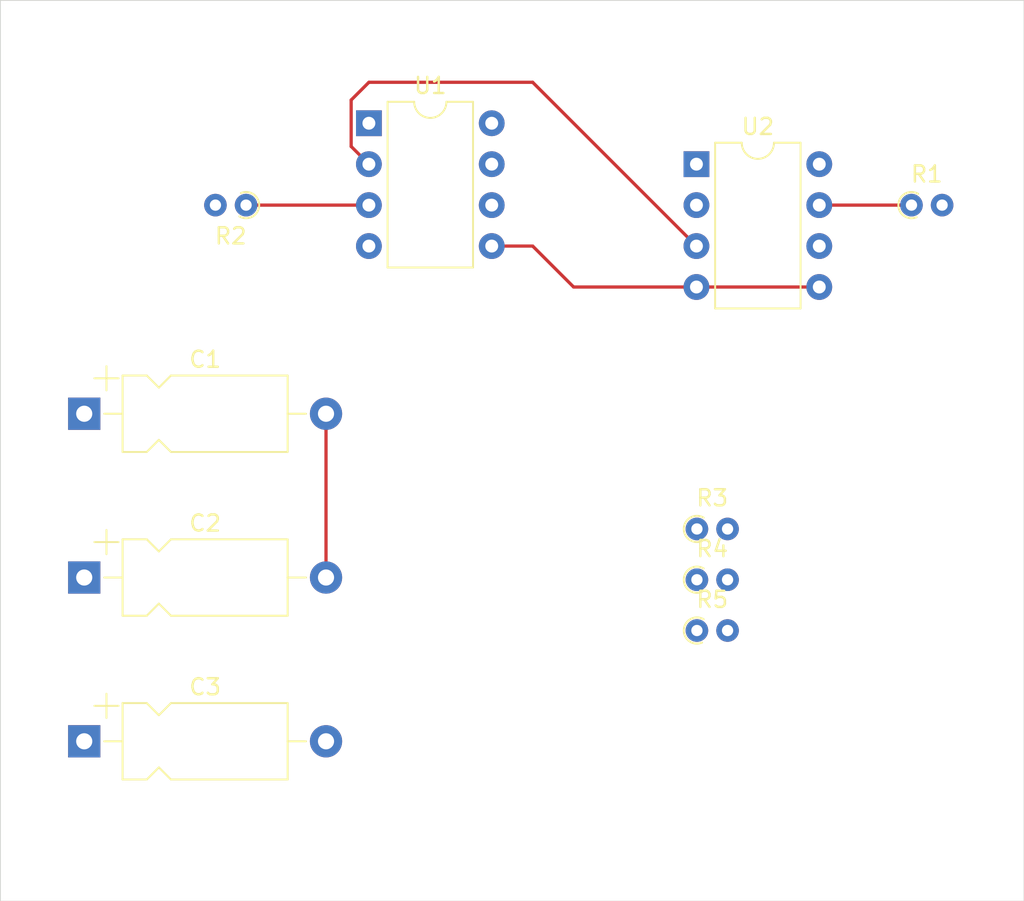
<source format=kicad_pcb>
(kicad_pcb (version 20240108) (generator "pcbnew") (generator_version "8.0")
  (layers (0 "F.Cu" signal) (31 "B.Cu" signal) (34 "B.Paste" user) (35 "F.Paste" user) (36 "B.SilkS" user "B.Silkscreen") (37 "F.SilkS" user "F.Silkscreen") (38 "B.Mask" user) (39 "F.Mask" user) (44 "Edge.Cuts" user))
  (net 0 "")
  (net 1 "Net-(U1-CV)")
  (net 2 "GNDREF")
  (net 5 "Net-(U2-DIS)")
  (net 8 "Net-(U1-Q)")
  (net 16 "Net-(U1-TR)")
  (footprint "Resistor_THT:R_Axial_DIN0204_L3.6mm_D1.6mm_P1.90mm_Vertical" (layer "F.Cu") (at 73.69 79.12)
    (property "Reference" "R4" (at 0.95 -1.92 0) (layer "F.SilkS"))
    (property "Value" "4.7k")
    (fp_arc (start 0.320095 0.749359) (mid -0.813042 -0.054435) (end 0.417133 -0.7) (stroke (width 0.12)) (layer "F.SilkS"))
    (pad "1" thru_hole circle (at 0 0) (size 1.4 1.4) (drill 0.7) (layers "*.Cu" "*.Mask"))
    (pad "2" thru_hole oval (at 1.9 0) (size 1.4 1.4) (drill 0.7) (layers "*.Cu" "*.Mask"))
  )
  (footprint "Package_DIP:DIP-8_W7.62mm" (layer "F.Cu") (at 53.34 50.8)
    (property "Reference" "U1" (at 3.81 -2.33 0) (layer "F.SilkS"))
    (property "Value" "ICM7555xP")
    (fp_line (start 1.16 -1.33) (end 1.16 8.95) (stroke (width 0.12)) (layer "F.SilkS"))
    (fp_line (start 1.16 8.95) (end 6.46 8.95) (stroke (width 0.12)) (layer "F.SilkS"))
    (fp_line (start 2.81 -1.33) (end 1.16 -1.33) (stroke (width 0.12)) (layer "F.SilkS"))
    (fp_line (start 6.46 -1.33) (end 4.81 -1.33) (stroke (width 0.12)) (layer "F.SilkS"))
    (fp_line (start 6.46 8.95) (end 6.46 -1.33) (stroke (width 0.12)) (layer "F.SilkS"))
    (fp_arc (start 4.81 -1.33) (mid 3.81 -0.33) (end 2.81 -1.33) (stroke (width 0.12)) (layer "F.SilkS"))
    (pad "1" thru_hole rect (at 0 0) (size 1.6 1.6) (drill 0.8) (layers "*.Cu" "*.Mask"))
    (pad "2" thru_hole oval (at 0 2.54) (size 1.6 1.6) (drill 0.8) (layers "*.Cu" "*.Mask") (net 16 "Net-(U1-TR)"))
    (pad "3" thru_hole oval (at 0 5.08) (size 1.6 1.6) (drill 0.8) (layers "*.Cu" "*.Mask") (net 8 "Net-(U1-Q)"))
    (pad "4" thru_hole oval (at 0 7.62) (size 1.6 1.6) (drill 0.8) (layers "*.Cu" "*.Mask") (net 1 "Net-(U1-CV)"))
    (pad "5" thru_hole oval (at 7.62 7.62) (size 1.6 1.6) (drill 0.8) (layers "*.Cu" "*.Mask") (net 1 "Net-(U1-CV)"))
    (pad "6" thru_hole oval (at 7.62 5.08) (size 1.6 1.6) (drill 0.8) (layers "*.Cu" "*.Mask"))
    (pad "7" thru_hole oval (at 7.62 2.54) (size 1.6 1.6) (drill 0.8) (layers "*.Cu" "*.Mask"))
    (pad "8" thru_hole oval (at 7.62 0) (size 1.6 1.6) (drill 0.8) (layers "*.Cu" "*.Mask") (net 1 "Net-(U1-CV)"))
  )
  (footprint "Resistor_THT:R_Axial_DIN0204_L3.6mm_D1.6mm_P1.90mm_Vertical" (layer "F.Cu") (at 73.69 82.27)
    (property "Reference" "R5" (at 0.95 -1.92 0) (layer "F.SilkS"))
    (property "Value" "R")
    (fp_arc (start 0.320095 0.749359) (mid -0.813042 -0.054435) (end 0.417133 -0.7) (stroke (width 0.12)) (layer "F.SilkS"))
    (pad "1" thru_hole circle (at 0 0) (size 1.4 1.4) (drill 0.7) (layers "*.Cu" "*.Mask"))
    (pad "2" thru_hole oval (at 1.9 0) (size 1.4 1.4) (drill 0.7) (layers "*.Cu" "*.Mask"))
  )
  (footprint "Resistor_THT:R_Axial_DIN0204_L3.6mm_D1.6mm_P1.90mm_Vertical" (layer "F.Cu") (at 87 55.88)
    (property "Reference" "R1" (at 0.95 -1.92 0) (layer "F.SilkS"))
    (property "Value" "R_US")
    (fp_arc (start 0.320095 0.749359) (mid -0.813042 -0.054435) (end 0.417133 -0.7) (stroke (width 0.12)) (layer "F.SilkS"))
    (pad "1" thru_hole circle (at 0 0) (size 1.4 1.4) (drill 0.7) (layers "*.Cu" "*.Mask") (net 5 "Net-(U2-DIS)"))
    (pad "2" thru_hole oval (at 1.9 0) (size 1.4 1.4) (drill 0.7) (layers "*.Cu" "*.Mask"))
  )
  (footprint "Capacitor_THT:CP_Axial_L10.0mm_D4.5mm_P15.00mm_Horizontal" (layer "F.Cu") (at 35.68 68.8225)
    (property "Reference" "C1" (at 7.5 -3.37 0) (layer "F.SilkS"))
    (property "Value" "C_Polarized_US")
    (fp_line (start 0.63 -2.2) (end 2.13 -2.2) (stroke (width 0.12)) (layer "F.SilkS"))
    (fp_line (start 1.24 0) (end 2.38 0) (stroke (width 0.12)) (layer "F.SilkS"))
    (fp_line (start 1.38 -2.95) (end 1.38 -1.45) (stroke (width 0.12)) (layer "F.SilkS"))
    (fp_line (start 2.38 -2.37) (end 2.38 2.37) (stroke (width 0.12)) (layer "F.SilkS"))
    (fp_line (start 2.38 -2.37) (end 3.88 -2.37) (stroke (width 0.12)) (layer "F.SilkS"))
    (fp_line (start 2.38 2.37) (end 3.88 2.37) (stroke (width 0.12)) (layer "F.SilkS"))
    (fp_line (start 3.88 -2.37) (end 4.63 -1.62) (stroke (width 0.12)) (layer "F.SilkS"))
    (fp_line (start 3.88 2.37) (end 4.63 1.62) (stroke (width 0.12)) (layer "F.SilkS"))
    (fp_line (start 4.63 -1.62) (end 5.38 -2.37) (stroke (width 0.12)) (layer "F.SilkS"))
    (fp_line (start 4.63 1.62) (end 5.38 2.37) (stroke (width 0.12)) (layer "F.SilkS"))
    (fp_line (start 5.38 -2.37) (end 12.62 -2.37) (stroke (width 0.12)) (layer "F.SilkS"))
    (fp_line (start 5.38 2.37) (end 12.62 2.37) (stroke (width 0.12)) (layer "F.SilkS"))
    (fp_line (start 12.62 -2.37) (end 12.62 2.37) (stroke (width 0.12)) (layer "F.SilkS"))
    (fp_line (start 13.76 0) (end 12.62 0) (stroke (width 0.12)) (layer "F.SilkS"))
    (pad "1" thru_hole rect (at 0 0) (size 2 2) (drill 1) (layers "*.Cu" "*.Mask") (net 1 "Net-(U1-CV)"))
    (pad "2" thru_hole oval (at 15 0) (size 2 2) (drill 1) (layers "*.Cu" "*.Mask") (net 2 "GNDREF"))
  )
  (footprint "Resistor_THT:R_Axial_DIN0204_L3.6mm_D1.6mm_P1.90mm_Vertical" (layer "F.Cu") (at 45.72 55.88 180)
    (property "Reference" "R2" (at 0.95 -1.92 0) (layer "F.SilkS"))
    (property "Value" "R_US")
    (fp_arc (start 0.320095 0.749359) (mid -0.813042 -0.054435) (end 0.417133 -0.7) (stroke (width 0.12)) (layer "F.SilkS"))
    (pad "1" thru_hole circle (at 0 0 180) (size 1.4 1.4) (drill 0.7) (layers "*.Cu" "*.Mask") (net 8 "Net-(U1-Q)"))
    (pad "2" thru_hole oval (at 1.9 0 180) (size 1.4 1.4) (drill 0.7) (layers "*.Cu" "*.Mask"))
  )
  (footprint "Resistor_THT:R_Axial_DIN0204_L3.6mm_D1.6mm_P1.90mm_Vertical" (layer "F.Cu") (at 73.69 75.97)
    (property "Reference" "R3" (at 0.95 -1.92 0) (layer "F.SilkS"))
    (property "Value" "220")
    (fp_arc (start 0.320095 0.749359) (mid -0.813042 -0.054435) (end 0.417133 -0.7) (stroke (width 0.12)) (layer "F.SilkS"))
    (pad "1" thru_hole circle (at 0 0) (size 1.4 1.4) (drill 0.7) (layers "*.Cu" "*.Mask"))
    (pad "2" thru_hole oval (at 1.9 0) (size 1.4 1.4) (drill 0.7) (layers "*.Cu" "*.Mask"))
  )
  (footprint "Capacitor_THT:CP_Axial_L10.0mm_D4.5mm_P15.00mm_Horizontal" (layer "F.Cu") (at 35.68 78.9825)
    (property "Reference" "C2" (at 7.5 -3.37 0) (layer "F.SilkS"))
    (property "Value" "C_Polarized_US")
    (fp_line (start 0.63 -2.2) (end 2.13 -2.2) (stroke (width 0.12)) (layer "F.SilkS"))
    (fp_line (start 1.24 0) (end 2.38 0) (stroke (width 0.12)) (layer "F.SilkS"))
    (fp_line (start 1.38 -2.95) (end 1.38 -1.45) (stroke (width 0.12)) (layer "F.SilkS"))
    (fp_line (start 2.38 -2.37) (end 2.38 2.37) (stroke (width 0.12)) (layer "F.SilkS"))
    (fp_line (start 2.38 -2.37) (end 3.88 -2.37) (stroke (width 0.12)) (layer "F.SilkS"))
    (fp_line (start 2.38 2.37) (end 3.88 2.37) (stroke (width 0.12)) (layer "F.SilkS"))
    (fp_line (start 3.88 -2.37) (end 4.63 -1.62) (stroke (width 0.12)) (layer "F.SilkS"))
    (fp_line (start 3.88 2.37) (end 4.63 1.62) (stroke (width 0.12)) (layer "F.SilkS"))
    (fp_line (start 4.63 -1.62) (end 5.38 -2.37) (stroke (width 0.12)) (layer "F.SilkS"))
    (fp_line (start 4.63 1.62) (end 5.38 2.37) (stroke (width 0.12)) (layer "F.SilkS"))
    (fp_line (start 5.38 -2.37) (end 12.62 -2.37) (stroke (width 0.12)) (layer "F.SilkS"))
    (fp_line (start 5.38 2.37) (end 12.62 2.37) (stroke (width 0.12)) (layer "F.SilkS"))
    (fp_line (start 12.62 -2.37) (end 12.62 2.37) (stroke (width 0.12)) (layer "F.SilkS"))
    (fp_line (start 13.76 0) (end 12.62 0) (stroke (width 0.12)) (layer "F.SilkS"))
    (pad "1" thru_hole rect (at 0 0) (size 2 2) (drill 1) (layers "*.Cu" "*.Mask") (net 1 "Net-(U1-CV)"))
    (pad "2" thru_hole oval (at 15 0) (size 2 2) (drill 1) (layers "*.Cu" "*.Mask") (net 2 "GNDREF"))
  )
  (footprint "Capacitor_THT:CP_Axial_L10.0mm_D4.5mm_P15.00mm_Horizontal" (layer "F.Cu") (at 35.68 89.1425)
    (property "Reference" "C3" (at 7.5 -3.37 0) (layer "F.SilkS"))
    (property "Value" "C")
    (fp_line (start 0.63 -2.2) (end 2.13 -2.2) (stroke (width 0.12)) (layer "F.SilkS"))
    (fp_line (start 1.24 0) (end 2.38 0) (stroke (width 0.12)) (layer "F.SilkS"))
    (fp_line (start 1.38 -2.95) (end 1.38 -1.45) (stroke (width 0.12)) (layer "F.SilkS"))
    (fp_line (start 2.38 -2.37) (end 2.38 2.37) (stroke (width 0.12)) (layer "F.SilkS"))
    (fp_line (start 2.38 -2.37) (end 3.88 -2.37) (stroke (width 0.12)) (layer "F.SilkS"))
    (fp_line (start 2.38 2.37) (end 3.88 2.37) (stroke (width 0.12)) (layer "F.SilkS"))
    (fp_line (start 3.88 -2.37) (end 4.63 -1.62) (stroke (width 0.12)) (layer "F.SilkS"))
    (fp_line (start 3.88 2.37) (end 4.63 1.62) (stroke (width 0.12)) (layer "F.SilkS"))
    (fp_line (start 4.63 -1.62) (end 5.38 -2.37) (stroke (width 0.12)) (layer "F.SilkS"))
    (fp_line (start 4.63 1.62) (end 5.38 2.37) (stroke (width 0.12)) (layer "F.SilkS"))
    (fp_line (start 5.38 -2.37) (end 12.62 -2.37) (stroke (width 0.12)) (layer "F.SilkS"))
    (fp_line (start 5.38 2.37) (end 12.62 2.37) (stroke (width 0.12)) (layer "F.SilkS"))
    (fp_line (start 12.62 -2.37) (end 12.62 2.37) (stroke (width 0.12)) (layer "F.SilkS"))
    (fp_line (start 13.76 0) (end 12.62 0) (stroke (width 0.12)) (layer "F.SilkS"))
    (pad "1" thru_hole rect (at 0 0) (size 2 2) (drill 1) (layers "*.Cu" "*.Mask"))
    (pad "2" thru_hole oval (at 15 0) (size 2 2) (drill 1) (layers "*.Cu" "*.Mask"))
  )
  (footprint "Package_DIP:DIP-8_W7.62mm" (layer "F.Cu") (at 73.66 53.34)
    (property "Reference" "U2" (at 3.81 -2.33 0) (layer "F.SilkS"))
    (property "Value" "ICM7555xP")
    (fp_line (start 1.16 -1.33) (end 1.16 8.95) (stroke (width 0.12)) (layer "F.SilkS"))
    (fp_line (start 1.16 8.95) (end 6.46 8.95) (stroke (width 0.12)) (layer "F.SilkS"))
    (fp_line (start 2.81 -1.33) (end 1.16 -1.33) (stroke (width 0.12)) (layer "F.SilkS"))
    (fp_line (start 6.46 -1.33) (end 4.81 -1.33) (stroke (width 0.12)) (layer "F.SilkS"))
    (fp_line (start 6.46 8.95) (end 6.46 -1.33) (stroke (width 0.12)) (layer "F.SilkS"))
    (fp_arc (start 4.81 -1.33) (mid 3.81 -0.33) (end 2.81 -1.33) (stroke (width 0.12)) (layer "F.SilkS"))
    (pad "1" thru_hole rect (at 0 0) (size 1.6 1.6) (drill 0.8) (layers "*.Cu" "*.Mask"))
    (pad "2" thru_hole oval (at 0 2.54) (size 1.6 1.6) (drill 0.8) (layers "*.Cu" "*.Mask"))
    (pad "3" thru_hole oval (at 0 5.08) (size 1.6 1.6) (drill 0.8) (layers "*.Cu" "*.Mask") (net 16 "Net-(U1-TR)"))
    (pad "4" thru_hole oval (at 0 7.62) (size 1.6 1.6) (drill 0.8) (layers "*.Cu" "*.Mask") (net 1 "Net-(U1-CV)"))
    (pad "5" thru_hole oval (at 7.62 7.62) (size 1.6 1.6) (drill 0.8) (layers "*.Cu" "*.Mask") (net 1 "Net-(U1-CV)"))
    (pad "6" thru_hole oval (at 7.62 5.08) (size 1.6 1.6) (drill 0.8) (layers "*.Cu" "*.Mask"))
    (pad "7" thru_hole oval (at 7.62 2.54) (size 1.6 1.6) (drill 0.8) (layers "*.Cu" "*.Mask") (net 5 "Net-(U2-DIS)"))
    (pad "8" thru_hole oval (at 7.62 0) (size 1.6 1.6) (drill 0.8) (layers "*.Cu" "*.Mask") (net 1 "Net-(U1-CV)"))
  )
  (gr_rect (start 30.48 43.18) (end 93.98 99.06) (stroke (width 0.05)) (fill none) (layer "Edge.Cuts"))
  (segment (start 73.66 60.96) (end 81.28 60.96) (width 0.2) (layer "F.Cu") (net 1))
  (segment (start 60.96 58.42) (end 63.5 58.42) (width 0.2) (layer "F.Cu") (net 1))
  (segment (start 63.5 58.42) (end 66.04 60.96) (width 0.2) (layer "F.Cu") (net 1))
  (segment (start 66.04 60.96) (end 73.66 60.96) (width 0.2) (layer "F.Cu") (net 1))
  (segment (start 50.68 68.8225) (end 50.68 78.9825) (width 0.2) (layer "F.Cu") (net 2))
  (segment (start 81.28 55.88) (end 87 55.88) (width 0.2) (layer "F.Cu") (net 5))
  (segment (start 45.72 55.88) (end 53.34 55.88) (width 0.2) (layer "F.Cu") (net 8))
  (segment (start 63.5 48.26) (end 73.66 58.42) (width 0.2) (layer "F.Cu") (net 16))
  (segment (start 53.34 53.34) (end 52.24 52.24) (width 0.2) (layer "F.Cu") (net 16))
  (segment (start 52.24 52.24) (end 52.24 49.36) (width 0.2) (layer "F.Cu") (net 16))
  (segment (start 53.34 48.26) (end 63.5 48.26) (width 0.2) (layer "F.Cu") (net 16))
  (segment (start 52.24 49.36) (end 53.34 48.26) (width 0.2) (layer "F.Cu") (net 16))
)
</source>
